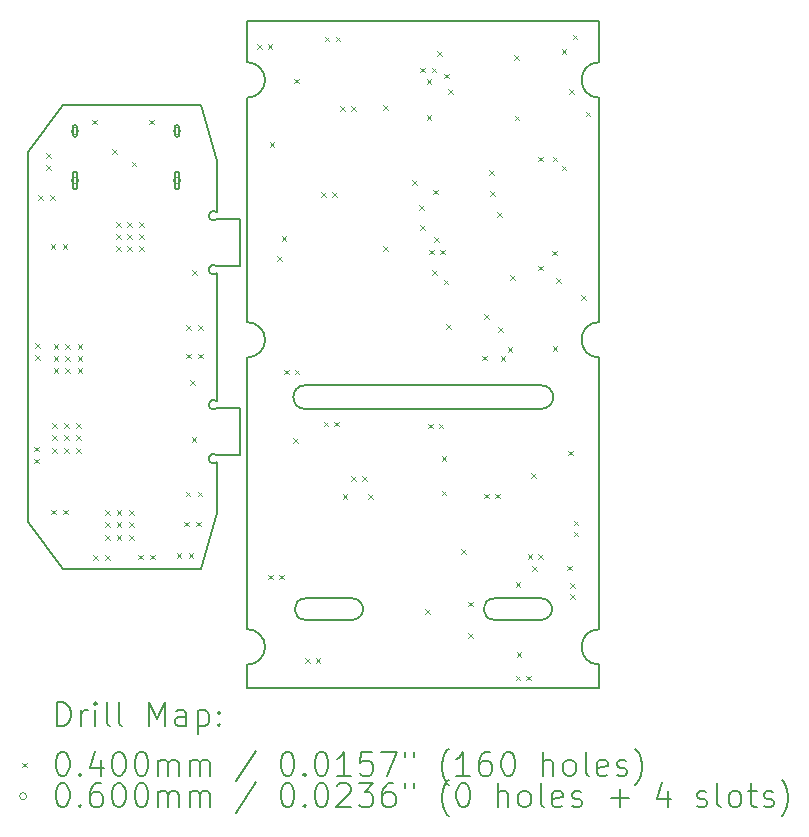
<source format=gbr>
%FSLAX45Y45*%
G04 Gerber Fmt 4.5, Leading zero omitted, Abs format (unit mm)*
G04 Created by KiCad (PCBNEW (6.0.0)) date 2022-07-15 20:41:04*
%MOMM*%
%LPD*%
G01*
G04 APERTURE LIST*
%TA.AperFunction,Profile*%
%ADD10C,0.200000*%
%TD*%
%ADD11C,0.200000*%
%ADD12C,0.040000*%
%ADD13C,0.060000*%
G04 APERTURE END LIST*
D10*
X16060584Y-11884220D02*
X15660584Y-11884220D01*
X13570584Y-9664220D02*
G75*
G03*
X13570584Y-9364220I1J150000D01*
G01*
X13312540Y-8436112D02*
X13312540Y-8002680D01*
X12012540Y-11457680D02*
X13179540Y-11457680D01*
X12012540Y-7527680D02*
X11712540Y-7927680D01*
X16550584Y-7164220D02*
G75*
G03*
X16550584Y-7464220I1J-150000D01*
G01*
X13570584Y-11964220D02*
X13570584Y-9664220D01*
X16060584Y-11884220D02*
G75*
G03*
X16060584Y-11704220I1J90000D01*
G01*
X16550584Y-9364220D02*
G75*
G03*
X16550584Y-9664220I1J-150000D01*
G01*
X13507540Y-10492680D02*
X13507540Y-10092680D01*
X11712540Y-7927680D02*
X11712540Y-11057680D01*
X13570584Y-7464220D02*
G75*
G03*
X13570584Y-7164220I1J150000D01*
G01*
X14460584Y-11884220D02*
X14060584Y-11884220D01*
X16550584Y-12464220D02*
X13570584Y-12464220D01*
X15660584Y-11704220D02*
X16060584Y-11704220D01*
X13507540Y-10092680D02*
X13312540Y-10092680D01*
X14060584Y-10099220D02*
X16060584Y-10099220D01*
X14460584Y-11884220D02*
G75*
G03*
X14460584Y-11704220I1J90000D01*
G01*
X13312540Y-10492680D02*
X13507540Y-10492680D01*
X13507540Y-8892680D02*
X13507540Y-8492680D01*
X13570584Y-12264220D02*
G75*
G03*
X13570584Y-11964220I1J150000D01*
G01*
X13507540Y-8492680D02*
X13312540Y-8492680D01*
X14060584Y-11704220D02*
G75*
G03*
X14060584Y-11884220I1J-90000D01*
G01*
X13312540Y-8002680D02*
X13179540Y-7527680D01*
X13570584Y-9364220D02*
X13570584Y-7464220D01*
X13312540Y-10492680D02*
G75*
G03*
X13312540Y-10549249I-28284J-28284D01*
G01*
X13312540Y-8436112D02*
G75*
G03*
X13312540Y-8492680I-28284J-28284D01*
G01*
X13570584Y-6814220D02*
X16550584Y-6814220D01*
X16550584Y-6814220D02*
X16550584Y-7164220D01*
X13312540Y-10036112D02*
G75*
G03*
X13312540Y-10092680I-28284J-28284D01*
G01*
X16550584Y-12264220D02*
X16550584Y-12464220D01*
X13570584Y-12464220D02*
X13570584Y-12264220D01*
X14060584Y-11704220D02*
X14460584Y-11704220D01*
X16550584Y-9664220D02*
X16550584Y-11964220D01*
X14060584Y-9899220D02*
G75*
G03*
X14060584Y-10099220I1J-100000D01*
G01*
X15660584Y-11704220D02*
G75*
G03*
X15660584Y-11884220I1J-90000D01*
G01*
X13570584Y-7164220D02*
X13570584Y-6814220D01*
X13312540Y-10036112D02*
X13312540Y-8949249D01*
X16060584Y-10099220D02*
G75*
G03*
X16060584Y-9899220I1J100000D01*
G01*
X16550584Y-7464220D02*
X16550584Y-9364220D01*
X13179540Y-11457680D02*
X13312540Y-10982680D01*
X16550584Y-11964220D02*
G75*
G03*
X16550584Y-12264220I1J-150000D01*
G01*
X13312540Y-8892680D02*
X13507540Y-8892680D01*
X13312540Y-8892680D02*
G75*
G03*
X13312540Y-8949249I-28284J-28284D01*
G01*
X16060584Y-9899220D02*
X14060584Y-9899220D01*
X11712540Y-11057680D02*
X12012540Y-11457680D01*
X13312540Y-10982680D02*
X13312540Y-10549249D01*
X13179540Y-7527680D02*
X12012540Y-7527680D01*
D11*
D12*
X11768320Y-10418520D02*
X11808320Y-10458520D01*
X11808320Y-10418520D02*
X11768320Y-10458520D01*
X11768320Y-10520120D02*
X11808320Y-10560120D01*
X11808320Y-10520120D02*
X11768320Y-10560120D01*
X11773400Y-9539680D02*
X11813400Y-9579680D01*
X11813400Y-9539680D02*
X11773400Y-9579680D01*
X11773400Y-9641280D02*
X11813400Y-9681280D01*
X11813400Y-9641280D02*
X11773400Y-9681280D01*
X11798800Y-8290000D02*
X11838800Y-8330000D01*
X11838800Y-8290000D02*
X11798800Y-8330000D01*
X11864840Y-7934400D02*
X11904840Y-7974400D01*
X11904840Y-7934400D02*
X11864840Y-7974400D01*
X11864840Y-8036000D02*
X11904840Y-8076000D01*
X11904840Y-8036000D02*
X11864840Y-8076000D01*
X11900400Y-8290000D02*
X11940400Y-8330000D01*
X11940400Y-8290000D02*
X11900400Y-8330000D01*
X11905480Y-8701480D02*
X11945480Y-8741480D01*
X11945480Y-8701480D02*
X11905480Y-8741480D01*
X11910560Y-10951920D02*
X11950560Y-10991920D01*
X11950560Y-10951920D02*
X11910560Y-10991920D01*
X11915640Y-10220400D02*
X11955640Y-10260400D01*
X11955640Y-10220400D02*
X11915640Y-10260400D01*
X11915640Y-10322000D02*
X11955640Y-10362000D01*
X11955640Y-10322000D02*
X11915640Y-10362000D01*
X11915640Y-10428680D02*
X11955640Y-10468680D01*
X11955640Y-10428680D02*
X11915640Y-10468680D01*
X11930880Y-9549840D02*
X11970880Y-9589840D01*
X11970880Y-9549840D02*
X11930880Y-9589840D01*
X11930880Y-9651440D02*
X11970880Y-9691440D01*
X11970880Y-9651440D02*
X11930880Y-9691440D01*
X11930880Y-9753040D02*
X11970880Y-9793040D01*
X11970880Y-9753040D02*
X11930880Y-9793040D01*
X12007080Y-8701480D02*
X12047080Y-8741480D01*
X12047080Y-8701480D02*
X12007080Y-8741480D01*
X12012160Y-10951920D02*
X12052160Y-10991920D01*
X12052160Y-10951920D02*
X12012160Y-10991920D01*
X12017240Y-10220400D02*
X12057240Y-10260400D01*
X12057240Y-10220400D02*
X12017240Y-10260400D01*
X12017240Y-10322000D02*
X12057240Y-10362000D01*
X12057240Y-10322000D02*
X12017240Y-10362000D01*
X12017240Y-10428680D02*
X12057240Y-10468680D01*
X12057240Y-10428680D02*
X12017240Y-10468680D01*
X12027400Y-9549840D02*
X12067400Y-9589840D01*
X12067400Y-9549840D02*
X12027400Y-9589840D01*
X12027400Y-9651440D02*
X12067400Y-9691440D01*
X12067400Y-9651440D02*
X12027400Y-9691440D01*
X12027400Y-9753040D02*
X12067400Y-9793040D01*
X12067400Y-9753040D02*
X12027400Y-9793040D01*
X12123920Y-10220400D02*
X12163920Y-10260400D01*
X12163920Y-10220400D02*
X12123920Y-10260400D01*
X12123920Y-10322000D02*
X12163920Y-10362000D01*
X12163920Y-10322000D02*
X12123920Y-10362000D01*
X12123920Y-10428680D02*
X12163920Y-10468680D01*
X12163920Y-10428680D02*
X12123920Y-10468680D01*
X12134080Y-9549840D02*
X12174080Y-9589840D01*
X12174080Y-9549840D02*
X12134080Y-9589840D01*
X12134080Y-9651440D02*
X12174080Y-9691440D01*
X12174080Y-9651440D02*
X12134080Y-9691440D01*
X12134080Y-9753040D02*
X12174080Y-9793040D01*
X12174080Y-9753040D02*
X12134080Y-9793040D01*
X12256000Y-7649920D02*
X12296000Y-7689920D01*
X12296000Y-7649920D02*
X12256000Y-7689920D01*
X12266160Y-11338000D02*
X12306160Y-11378000D01*
X12306160Y-11338000D02*
X12266160Y-11378000D01*
X12367760Y-10957000D02*
X12407760Y-10997000D01*
X12407760Y-10957000D02*
X12367760Y-10997000D01*
X12367760Y-11058600D02*
X12407760Y-11098600D01*
X12407760Y-11058600D02*
X12367760Y-11098600D01*
X12367760Y-11165280D02*
X12407760Y-11205280D01*
X12407760Y-11165280D02*
X12367760Y-11205280D01*
X12367760Y-11338000D02*
X12407760Y-11378000D01*
X12407760Y-11338000D02*
X12367760Y-11378000D01*
X12428720Y-7898840D02*
X12468720Y-7938840D01*
X12468720Y-7898840D02*
X12428720Y-7938840D01*
X12459200Y-8518600D02*
X12499200Y-8558600D01*
X12499200Y-8518600D02*
X12459200Y-8558600D01*
X12459200Y-8620200D02*
X12499200Y-8660200D01*
X12499200Y-8620200D02*
X12459200Y-8660200D01*
X12459200Y-8721800D02*
X12499200Y-8761800D01*
X12499200Y-8721800D02*
X12459200Y-8761800D01*
X12464280Y-10957000D02*
X12504280Y-10997000D01*
X12504280Y-10957000D02*
X12464280Y-10997000D01*
X12464280Y-11058600D02*
X12504280Y-11098600D01*
X12504280Y-11058600D02*
X12464280Y-11098600D01*
X12464280Y-11165280D02*
X12504280Y-11205280D01*
X12504280Y-11165280D02*
X12464280Y-11205280D01*
X12555720Y-8518600D02*
X12595720Y-8558600D01*
X12595720Y-8518600D02*
X12555720Y-8558600D01*
X12555720Y-8620200D02*
X12595720Y-8660200D01*
X12595720Y-8620200D02*
X12555720Y-8660200D01*
X12555720Y-8721800D02*
X12595720Y-8761800D01*
X12595720Y-8721800D02*
X12555720Y-8761800D01*
X12570960Y-10957000D02*
X12610960Y-10997000D01*
X12610960Y-10957000D02*
X12570960Y-10997000D01*
X12570960Y-11058600D02*
X12610960Y-11098600D01*
X12610960Y-11058600D02*
X12570960Y-11098600D01*
X12570960Y-11165280D02*
X12610960Y-11205280D01*
X12610960Y-11165280D02*
X12570960Y-11205280D01*
X12591280Y-8005520D02*
X12631280Y-8045520D01*
X12631280Y-8005520D02*
X12591280Y-8045520D01*
X12647160Y-11332920D02*
X12687160Y-11372920D01*
X12687160Y-11332920D02*
X12647160Y-11372920D01*
X12657320Y-8518600D02*
X12697320Y-8558600D01*
X12697320Y-8518600D02*
X12657320Y-8558600D01*
X12657320Y-8620200D02*
X12697320Y-8660200D01*
X12697320Y-8620200D02*
X12657320Y-8660200D01*
X12657320Y-8721800D02*
X12697320Y-8761800D01*
X12697320Y-8721800D02*
X12657320Y-8761800D01*
X12738600Y-7649920D02*
X12778600Y-7689920D01*
X12778600Y-7649920D02*
X12738600Y-7689920D01*
X12748760Y-11332920D02*
X12788760Y-11372920D01*
X12788760Y-11332920D02*
X12748760Y-11372920D01*
X12972280Y-11317680D02*
X13012280Y-11357680D01*
X13012280Y-11317680D02*
X12972280Y-11357680D01*
X13033240Y-11053520D02*
X13073240Y-11093520D01*
X13073240Y-11053520D02*
X13033240Y-11093520D01*
X13048480Y-10799520D02*
X13088480Y-10839520D01*
X13088480Y-10799520D02*
X13048480Y-10839520D01*
X13053560Y-9392360D02*
X13093560Y-9432360D01*
X13093560Y-9392360D02*
X13053560Y-9432360D01*
X13053560Y-9631120D02*
X13093560Y-9671120D01*
X13093560Y-9631120D02*
X13053560Y-9671120D01*
X13073880Y-11317680D02*
X13113880Y-11357680D01*
X13113880Y-11317680D02*
X13073880Y-11357680D01*
X13089120Y-9854640D02*
X13129120Y-9894640D01*
X13129120Y-9854640D02*
X13089120Y-9894640D01*
X13099280Y-10337240D02*
X13139280Y-10377240D01*
X13139280Y-10337240D02*
X13099280Y-10377240D01*
X13104360Y-8925000D02*
X13144360Y-8965000D01*
X13144360Y-8925000D02*
X13104360Y-8965000D01*
X13134840Y-11053520D02*
X13174840Y-11093520D01*
X13174840Y-11053520D02*
X13134840Y-11093520D01*
X13150080Y-10799520D02*
X13190080Y-10839520D01*
X13190080Y-10799520D02*
X13150080Y-10839520D01*
X13155160Y-9392360D02*
X13195160Y-9432360D01*
X13195160Y-9392360D02*
X13155160Y-9432360D01*
X13155160Y-9631120D02*
X13195160Y-9671120D01*
X13195160Y-9631120D02*
X13155160Y-9671120D01*
X13652040Y-7012480D02*
X13692040Y-7052480D01*
X13692040Y-7012480D02*
X13652040Y-7052480D01*
X13743480Y-7012480D02*
X13783480Y-7052480D01*
X13783480Y-7012480D02*
X13743480Y-7052480D01*
X13748560Y-11503200D02*
X13788560Y-11543200D01*
X13788560Y-11503200D02*
X13748560Y-11543200D01*
X13758720Y-7840520D02*
X13798720Y-7880520D01*
X13798720Y-7840520D02*
X13758720Y-7880520D01*
X13824760Y-8805720D02*
X13864760Y-8845720D01*
X13864760Y-8805720D02*
X13824760Y-8845720D01*
X13840000Y-11503200D02*
X13880000Y-11543200D01*
X13880000Y-11503200D02*
X13840000Y-11543200D01*
X13860320Y-8638080D02*
X13900320Y-8678080D01*
X13900320Y-8638080D02*
X13860320Y-8678080D01*
X13880640Y-9765840D02*
X13920640Y-9805840D01*
X13920640Y-9765840D02*
X13880640Y-9805840D01*
X13956840Y-10344960D02*
X13996840Y-10384960D01*
X13996840Y-10344960D02*
X13956840Y-10384960D01*
X13967000Y-7302040D02*
X14007000Y-7342040D01*
X14007000Y-7302040D02*
X13967000Y-7342040D01*
X13972080Y-9765840D02*
X14012080Y-9805840D01*
X14012080Y-9765840D02*
X13972080Y-9805840D01*
X14058440Y-12209320D02*
X14098440Y-12249320D01*
X14098440Y-12209320D02*
X14058440Y-12249320D01*
X14149880Y-12209320D02*
X14189880Y-12249320D01*
X14189880Y-12209320D02*
X14149880Y-12249320D01*
X14195600Y-8262160D02*
X14235600Y-8302160D01*
X14235600Y-8262160D02*
X14195600Y-8302160D01*
X14215920Y-10207800D02*
X14255920Y-10247800D01*
X14255920Y-10207800D02*
X14215920Y-10247800D01*
X14226080Y-6946440D02*
X14266080Y-6986440D01*
X14266080Y-6946440D02*
X14226080Y-6986440D01*
X14287040Y-8262160D02*
X14327040Y-8302160D01*
X14327040Y-8262160D02*
X14287040Y-8302160D01*
X14307360Y-10207800D02*
X14347360Y-10247800D01*
X14347360Y-10207800D02*
X14307360Y-10247800D01*
X14317520Y-6946440D02*
X14357520Y-6986440D01*
X14357520Y-6946440D02*
X14317520Y-6986440D01*
X14358160Y-7535720D02*
X14398160Y-7575720D01*
X14398160Y-7535720D02*
X14358160Y-7575720D01*
X14378480Y-10822480D02*
X14418480Y-10862480D01*
X14418480Y-10822480D02*
X14378480Y-10862480D01*
X14449600Y-7535720D02*
X14489600Y-7575720D01*
X14489600Y-7535720D02*
X14449600Y-7575720D01*
X14449600Y-10670080D02*
X14489600Y-10710080D01*
X14489600Y-10670080D02*
X14449600Y-10710080D01*
X14541040Y-10670080D02*
X14581040Y-10710080D01*
X14581040Y-10670080D02*
X14541040Y-10710080D01*
X14591840Y-10822480D02*
X14631840Y-10862480D01*
X14631840Y-10822480D02*
X14591840Y-10862480D01*
X14718840Y-7525560D02*
X14758840Y-7565560D01*
X14758840Y-7525560D02*
X14718840Y-7565560D01*
X14718840Y-8719360D02*
X14758840Y-8759360D01*
X14758840Y-8719360D02*
X14718840Y-8759360D01*
X14967760Y-8160560D02*
X15007760Y-8200560D01*
X15007760Y-8160560D02*
X14967760Y-8200560D01*
X15023640Y-8373920D02*
X15063640Y-8413920D01*
X15063640Y-8373920D02*
X15023640Y-8413920D01*
X15033800Y-7210600D02*
X15073800Y-7250600D01*
X15073800Y-7210600D02*
X15033800Y-7250600D01*
X15033800Y-8541560D02*
X15073800Y-8581560D01*
X15073800Y-8541560D02*
X15033800Y-8581560D01*
X15074440Y-11792760D02*
X15114440Y-11832760D01*
X15114440Y-11792760D02*
X15074440Y-11832760D01*
X15089680Y-7307120D02*
X15129680Y-7347120D01*
X15129680Y-7307120D02*
X15089680Y-7347120D01*
X15089680Y-7611920D02*
X15129680Y-7651920D01*
X15129680Y-7611920D02*
X15089680Y-7651920D01*
X15099840Y-10223040D02*
X15139840Y-10263040D01*
X15139840Y-10223040D02*
X15099840Y-10263040D01*
X15110000Y-8749840D02*
X15150000Y-8789840D01*
X15150000Y-8749840D02*
X15110000Y-8789840D01*
X15130320Y-7210600D02*
X15170320Y-7250600D01*
X15170320Y-7210600D02*
X15130320Y-7250600D01*
X15135400Y-8922560D02*
X15175400Y-8962560D01*
X15175400Y-8922560D02*
X15135400Y-8962560D01*
X15145560Y-8241840D02*
X15185560Y-8281840D01*
X15185560Y-8241840D02*
X15145560Y-8281840D01*
X15150640Y-8643160D02*
X15190640Y-8683160D01*
X15190640Y-8643160D02*
X15150640Y-8683160D01*
X15176040Y-7068360D02*
X15216040Y-7108360D01*
X15216040Y-7068360D02*
X15176040Y-7108360D01*
X15191280Y-10223040D02*
X15231280Y-10263040D01*
X15231280Y-10223040D02*
X15191280Y-10263040D01*
X15201440Y-8749840D02*
X15241440Y-8789840D01*
X15241440Y-8749840D02*
X15201440Y-8789840D01*
X15215715Y-10792000D02*
X15255715Y-10832000D01*
X15255715Y-10792000D02*
X15215715Y-10832000D01*
X15216680Y-10497360D02*
X15256680Y-10537360D01*
X15256680Y-10497360D02*
X15216680Y-10537360D01*
X15231920Y-9003840D02*
X15271920Y-9043840D01*
X15271920Y-9003840D02*
X15231920Y-9043840D01*
X15237000Y-7261400D02*
X15277000Y-7301400D01*
X15277000Y-7261400D02*
X15237000Y-7301400D01*
X15252240Y-9379760D02*
X15292240Y-9419760D01*
X15292240Y-9379760D02*
X15252240Y-9419760D01*
X15272560Y-7393480D02*
X15312560Y-7433480D01*
X15312560Y-7393480D02*
X15272560Y-7433480D01*
X15379240Y-11284760D02*
X15419240Y-11324760D01*
X15419240Y-11284760D02*
X15379240Y-11324760D01*
X15440200Y-11731800D02*
X15480200Y-11771800D01*
X15480200Y-11731800D02*
X15440200Y-11771800D01*
X15440200Y-11995960D02*
X15480200Y-12035960D01*
X15480200Y-11995960D02*
X15440200Y-12035960D01*
X15557040Y-9649000D02*
X15597040Y-9689000D01*
X15597040Y-9649000D02*
X15557040Y-9689000D01*
X15577360Y-9298480D02*
X15617360Y-9338480D01*
X15617360Y-9298480D02*
X15577360Y-9338480D01*
X15577360Y-10817400D02*
X15617360Y-10857400D01*
X15617360Y-10817400D02*
X15577360Y-10857400D01*
X15618000Y-8079280D02*
X15658000Y-8119280D01*
X15658000Y-8079280D02*
X15618000Y-8119280D01*
X15628160Y-8257080D02*
X15668160Y-8297080D01*
X15668160Y-8257080D02*
X15628160Y-8297080D01*
X15668800Y-10817400D02*
X15708800Y-10857400D01*
X15708800Y-10817400D02*
X15668800Y-10857400D01*
X15687630Y-8432150D02*
X15727630Y-8472150D01*
X15727630Y-8432150D02*
X15687630Y-8472150D01*
X15694200Y-9405160D02*
X15734200Y-9445160D01*
X15734200Y-9405160D02*
X15694200Y-9445160D01*
X15714520Y-9654080D02*
X15754520Y-9694080D01*
X15754520Y-9654080D02*
X15714520Y-9694080D01*
X15775480Y-9577880D02*
X15815480Y-9617880D01*
X15815480Y-9577880D02*
X15775480Y-9617880D01*
X15795800Y-8968280D02*
X15835800Y-9008280D01*
X15835800Y-8968280D02*
X15795800Y-9008280D01*
X15831360Y-7103920D02*
X15871360Y-7143920D01*
X15871360Y-7103920D02*
X15831360Y-7143920D01*
X15833240Y-7617000D02*
X15873240Y-7657000D01*
X15873240Y-7617000D02*
X15833240Y-7657000D01*
X15841520Y-11564160D02*
X15881520Y-11604160D01*
X15881520Y-11564160D02*
X15841520Y-11604160D01*
X15841520Y-12356640D02*
X15881520Y-12396640D01*
X15881520Y-12356640D02*
X15841520Y-12396640D01*
X15851680Y-12158520D02*
X15891680Y-12198520D01*
X15891680Y-12158520D02*
X15851680Y-12198520D01*
X15932960Y-12356640D02*
X15972960Y-12396640D01*
X15972960Y-12356640D02*
X15932960Y-12396640D01*
X15943120Y-11330480D02*
X15983120Y-11370480D01*
X15983120Y-11330480D02*
X15943120Y-11370480D01*
X15973600Y-10644680D02*
X16013600Y-10684680D01*
X16013600Y-10644680D02*
X15973600Y-10684680D01*
X15983760Y-11432080D02*
X16023760Y-11472080D01*
X16023760Y-11432080D02*
X15983760Y-11472080D01*
X16034560Y-7962440D02*
X16074560Y-8002440D01*
X16074560Y-7962440D02*
X16034560Y-8002440D01*
X16034560Y-8887000D02*
X16074560Y-8927000D01*
X16074560Y-8887000D02*
X16034560Y-8927000D01*
X16034560Y-11330480D02*
X16074560Y-11370480D01*
X16074560Y-11330480D02*
X16034560Y-11370480D01*
X16151400Y-8760000D02*
X16191400Y-8800000D01*
X16191400Y-8760000D02*
X16151400Y-8800000D01*
X16156480Y-7962440D02*
X16196480Y-8002440D01*
X16196480Y-7962440D02*
X16156480Y-8002440D01*
X16156480Y-9567720D02*
X16196480Y-9607720D01*
X16196480Y-9567720D02*
X16156480Y-9607720D01*
X16182310Y-8989030D02*
X16222310Y-9029030D01*
X16222310Y-8989030D02*
X16182310Y-9029030D01*
X16232680Y-7053120D02*
X16272680Y-7093120D01*
X16272680Y-7053120D02*
X16232680Y-7093120D01*
X16232680Y-8038640D02*
X16272680Y-8078640D01*
X16272680Y-8038640D02*
X16232680Y-8078640D01*
X16278400Y-11427000D02*
X16318400Y-11467000D01*
X16318400Y-11427000D02*
X16278400Y-11467000D01*
X16288560Y-10451640D02*
X16328560Y-10491640D01*
X16328560Y-10451640D02*
X16288560Y-10491640D01*
X16293640Y-7393480D02*
X16333640Y-7433480D01*
X16333640Y-7393480D02*
X16293640Y-7433480D01*
X16303800Y-11574320D02*
X16343800Y-11614320D01*
X16343800Y-11574320D02*
X16303800Y-11614320D01*
X16303800Y-11665760D02*
X16343800Y-11705760D01*
X16343800Y-11665760D02*
X16303800Y-11705760D01*
X16324120Y-6931200D02*
X16364120Y-6971200D01*
X16364120Y-6931200D02*
X16324120Y-6971200D01*
X16334280Y-11046000D02*
X16374280Y-11086000D01*
X16374280Y-11046000D02*
X16334280Y-11086000D01*
X16334280Y-11137440D02*
X16374280Y-11177440D01*
X16374280Y-11137440D02*
X16334280Y-11177440D01*
X16398990Y-9135490D02*
X16438990Y-9175490D01*
X16438990Y-9135490D02*
X16398990Y-9175490D01*
X16435880Y-7581440D02*
X16475880Y-7621440D01*
X16475880Y-7581440D02*
X16435880Y-7621440D01*
D13*
X12140900Y-7747200D02*
G75*
G03*
X12140900Y-7747200I-30000J0D01*
G01*
D11*
X12130900Y-7777200D02*
X12130900Y-7717200D01*
X12090900Y-7777200D02*
X12090900Y-7717200D01*
X12130900Y-7717200D02*
G75*
G03*
X12090900Y-7717200I-20000J0D01*
G01*
X12090900Y-7777200D02*
G75*
G03*
X12130900Y-7777200I20000J0D01*
G01*
D13*
X12140900Y-8165200D02*
G75*
G03*
X12140900Y-8165200I-30000J0D01*
G01*
D11*
X12130900Y-8220200D02*
X12130900Y-8110200D01*
X12090900Y-8220200D02*
X12090900Y-8110200D01*
X12130900Y-8110200D02*
G75*
G03*
X12090900Y-8110200I-20000J0D01*
G01*
X12090900Y-8220200D02*
G75*
G03*
X12130900Y-8220200I20000J0D01*
G01*
D13*
X13004900Y-7747200D02*
G75*
G03*
X13004900Y-7747200I-30000J0D01*
G01*
D11*
X12994900Y-7777200D02*
X12994900Y-7717200D01*
X12954900Y-7777200D02*
X12954900Y-7717200D01*
X12994900Y-7717200D02*
G75*
G03*
X12954900Y-7717200I-20000J0D01*
G01*
X12954900Y-7777200D02*
G75*
G03*
X12994900Y-7777200I20000J0D01*
G01*
D13*
X13004900Y-8165200D02*
G75*
G03*
X13004900Y-8165200I-30000J0D01*
G01*
D11*
X12994900Y-8220200D02*
X12994900Y-8110200D01*
X12954900Y-8220200D02*
X12954900Y-8110200D01*
X12994900Y-8110200D02*
G75*
G03*
X12954900Y-8110200I-20000J0D01*
G01*
X12954900Y-8220200D02*
G75*
G03*
X12994900Y-8220200I20000J0D01*
G01*
X11960159Y-12784696D02*
X11960159Y-12584696D01*
X12007778Y-12584696D01*
X12036349Y-12594220D01*
X12055397Y-12613268D01*
X12064921Y-12632315D01*
X12074445Y-12670410D01*
X12074445Y-12698982D01*
X12064921Y-12737077D01*
X12055397Y-12756125D01*
X12036349Y-12775172D01*
X12007778Y-12784696D01*
X11960159Y-12784696D01*
X12160159Y-12784696D02*
X12160159Y-12651363D01*
X12160159Y-12689458D02*
X12169683Y-12670410D01*
X12179207Y-12660887D01*
X12198254Y-12651363D01*
X12217302Y-12651363D01*
X12283968Y-12784696D02*
X12283968Y-12651363D01*
X12283968Y-12584696D02*
X12274445Y-12594220D01*
X12283968Y-12603744D01*
X12293492Y-12594220D01*
X12283968Y-12584696D01*
X12283968Y-12603744D01*
X12407778Y-12784696D02*
X12388730Y-12775172D01*
X12379207Y-12756125D01*
X12379207Y-12584696D01*
X12512540Y-12784696D02*
X12493492Y-12775172D01*
X12483968Y-12756125D01*
X12483968Y-12584696D01*
X12741111Y-12784696D02*
X12741111Y-12584696D01*
X12807778Y-12727553D01*
X12874445Y-12584696D01*
X12874445Y-12784696D01*
X13055397Y-12784696D02*
X13055397Y-12679934D01*
X13045873Y-12660887D01*
X13026826Y-12651363D01*
X12988730Y-12651363D01*
X12969683Y-12660887D01*
X13055397Y-12775172D02*
X13036349Y-12784696D01*
X12988730Y-12784696D01*
X12969683Y-12775172D01*
X12960159Y-12756125D01*
X12960159Y-12737077D01*
X12969683Y-12718029D01*
X12988730Y-12708506D01*
X13036349Y-12708506D01*
X13055397Y-12698982D01*
X13150635Y-12651363D02*
X13150635Y-12851363D01*
X13150635Y-12660887D02*
X13169683Y-12651363D01*
X13207778Y-12651363D01*
X13226826Y-12660887D01*
X13236349Y-12670410D01*
X13245873Y-12689458D01*
X13245873Y-12746601D01*
X13236349Y-12765648D01*
X13226826Y-12775172D01*
X13207778Y-12784696D01*
X13169683Y-12784696D01*
X13150635Y-12775172D01*
X13331588Y-12765648D02*
X13341111Y-12775172D01*
X13331588Y-12784696D01*
X13322064Y-12775172D01*
X13331588Y-12765648D01*
X13331588Y-12784696D01*
X13331588Y-12660887D02*
X13341111Y-12670410D01*
X13331588Y-12679934D01*
X13322064Y-12670410D01*
X13331588Y-12660887D01*
X13331588Y-12679934D01*
D12*
X11662540Y-13094220D02*
X11702540Y-13134220D01*
X11702540Y-13094220D02*
X11662540Y-13134220D01*
D11*
X11998254Y-13004696D02*
X12017302Y-13004696D01*
X12036349Y-13014220D01*
X12045873Y-13023744D01*
X12055397Y-13042791D01*
X12064921Y-13080887D01*
X12064921Y-13128506D01*
X12055397Y-13166601D01*
X12045873Y-13185648D01*
X12036349Y-13195172D01*
X12017302Y-13204696D01*
X11998254Y-13204696D01*
X11979207Y-13195172D01*
X11969683Y-13185648D01*
X11960159Y-13166601D01*
X11950635Y-13128506D01*
X11950635Y-13080887D01*
X11960159Y-13042791D01*
X11969683Y-13023744D01*
X11979207Y-13014220D01*
X11998254Y-13004696D01*
X12150635Y-13185648D02*
X12160159Y-13195172D01*
X12150635Y-13204696D01*
X12141111Y-13195172D01*
X12150635Y-13185648D01*
X12150635Y-13204696D01*
X12331588Y-13071363D02*
X12331588Y-13204696D01*
X12283968Y-12995172D02*
X12236349Y-13138029D01*
X12360159Y-13138029D01*
X12474445Y-13004696D02*
X12493492Y-13004696D01*
X12512540Y-13014220D01*
X12522064Y-13023744D01*
X12531588Y-13042791D01*
X12541111Y-13080887D01*
X12541111Y-13128506D01*
X12531588Y-13166601D01*
X12522064Y-13185648D01*
X12512540Y-13195172D01*
X12493492Y-13204696D01*
X12474445Y-13204696D01*
X12455397Y-13195172D01*
X12445873Y-13185648D01*
X12436349Y-13166601D01*
X12426826Y-13128506D01*
X12426826Y-13080887D01*
X12436349Y-13042791D01*
X12445873Y-13023744D01*
X12455397Y-13014220D01*
X12474445Y-13004696D01*
X12664921Y-13004696D02*
X12683968Y-13004696D01*
X12703016Y-13014220D01*
X12712540Y-13023744D01*
X12722064Y-13042791D01*
X12731588Y-13080887D01*
X12731588Y-13128506D01*
X12722064Y-13166601D01*
X12712540Y-13185648D01*
X12703016Y-13195172D01*
X12683968Y-13204696D01*
X12664921Y-13204696D01*
X12645873Y-13195172D01*
X12636349Y-13185648D01*
X12626826Y-13166601D01*
X12617302Y-13128506D01*
X12617302Y-13080887D01*
X12626826Y-13042791D01*
X12636349Y-13023744D01*
X12645873Y-13014220D01*
X12664921Y-13004696D01*
X12817302Y-13204696D02*
X12817302Y-13071363D01*
X12817302Y-13090410D02*
X12826826Y-13080887D01*
X12845873Y-13071363D01*
X12874445Y-13071363D01*
X12893492Y-13080887D01*
X12903016Y-13099934D01*
X12903016Y-13204696D01*
X12903016Y-13099934D02*
X12912540Y-13080887D01*
X12931588Y-13071363D01*
X12960159Y-13071363D01*
X12979207Y-13080887D01*
X12988730Y-13099934D01*
X12988730Y-13204696D01*
X13083968Y-13204696D02*
X13083968Y-13071363D01*
X13083968Y-13090410D02*
X13093492Y-13080887D01*
X13112540Y-13071363D01*
X13141111Y-13071363D01*
X13160159Y-13080887D01*
X13169683Y-13099934D01*
X13169683Y-13204696D01*
X13169683Y-13099934D02*
X13179207Y-13080887D01*
X13198254Y-13071363D01*
X13226826Y-13071363D01*
X13245873Y-13080887D01*
X13255397Y-13099934D01*
X13255397Y-13204696D01*
X13645873Y-12995172D02*
X13474445Y-13252315D01*
X13903016Y-13004696D02*
X13922064Y-13004696D01*
X13941111Y-13014220D01*
X13950635Y-13023744D01*
X13960159Y-13042791D01*
X13969683Y-13080887D01*
X13969683Y-13128506D01*
X13960159Y-13166601D01*
X13950635Y-13185648D01*
X13941111Y-13195172D01*
X13922064Y-13204696D01*
X13903016Y-13204696D01*
X13883968Y-13195172D01*
X13874445Y-13185648D01*
X13864921Y-13166601D01*
X13855397Y-13128506D01*
X13855397Y-13080887D01*
X13864921Y-13042791D01*
X13874445Y-13023744D01*
X13883968Y-13014220D01*
X13903016Y-13004696D01*
X14055397Y-13185648D02*
X14064921Y-13195172D01*
X14055397Y-13204696D01*
X14045873Y-13195172D01*
X14055397Y-13185648D01*
X14055397Y-13204696D01*
X14188730Y-13004696D02*
X14207778Y-13004696D01*
X14226826Y-13014220D01*
X14236349Y-13023744D01*
X14245873Y-13042791D01*
X14255397Y-13080887D01*
X14255397Y-13128506D01*
X14245873Y-13166601D01*
X14236349Y-13185648D01*
X14226826Y-13195172D01*
X14207778Y-13204696D01*
X14188730Y-13204696D01*
X14169683Y-13195172D01*
X14160159Y-13185648D01*
X14150635Y-13166601D01*
X14141111Y-13128506D01*
X14141111Y-13080887D01*
X14150635Y-13042791D01*
X14160159Y-13023744D01*
X14169683Y-13014220D01*
X14188730Y-13004696D01*
X14445873Y-13204696D02*
X14331588Y-13204696D01*
X14388730Y-13204696D02*
X14388730Y-13004696D01*
X14369683Y-13033268D01*
X14350635Y-13052315D01*
X14331588Y-13061839D01*
X14626826Y-13004696D02*
X14531588Y-13004696D01*
X14522064Y-13099934D01*
X14531588Y-13090410D01*
X14550635Y-13080887D01*
X14598254Y-13080887D01*
X14617302Y-13090410D01*
X14626826Y-13099934D01*
X14636349Y-13118982D01*
X14636349Y-13166601D01*
X14626826Y-13185648D01*
X14617302Y-13195172D01*
X14598254Y-13204696D01*
X14550635Y-13204696D01*
X14531588Y-13195172D01*
X14522064Y-13185648D01*
X14703016Y-13004696D02*
X14836349Y-13004696D01*
X14750635Y-13204696D01*
X14903016Y-13004696D02*
X14903016Y-13042791D01*
X14979207Y-13004696D02*
X14979207Y-13042791D01*
X15274445Y-13280887D02*
X15264921Y-13271363D01*
X15245873Y-13242791D01*
X15236349Y-13223744D01*
X15226826Y-13195172D01*
X15217302Y-13147553D01*
X15217302Y-13109458D01*
X15226826Y-13061839D01*
X15236349Y-13033268D01*
X15245873Y-13014220D01*
X15264921Y-12985648D01*
X15274445Y-12976125D01*
X15455397Y-13204696D02*
X15341111Y-13204696D01*
X15398254Y-13204696D02*
X15398254Y-13004696D01*
X15379207Y-13033268D01*
X15360159Y-13052315D01*
X15341111Y-13061839D01*
X15626826Y-13004696D02*
X15588730Y-13004696D01*
X15569683Y-13014220D01*
X15560159Y-13023744D01*
X15541111Y-13052315D01*
X15531588Y-13090410D01*
X15531588Y-13166601D01*
X15541111Y-13185648D01*
X15550635Y-13195172D01*
X15569683Y-13204696D01*
X15607778Y-13204696D01*
X15626826Y-13195172D01*
X15636349Y-13185648D01*
X15645873Y-13166601D01*
X15645873Y-13118982D01*
X15636349Y-13099934D01*
X15626826Y-13090410D01*
X15607778Y-13080887D01*
X15569683Y-13080887D01*
X15550635Y-13090410D01*
X15541111Y-13099934D01*
X15531588Y-13118982D01*
X15769683Y-13004696D02*
X15788730Y-13004696D01*
X15807778Y-13014220D01*
X15817302Y-13023744D01*
X15826826Y-13042791D01*
X15836349Y-13080887D01*
X15836349Y-13128506D01*
X15826826Y-13166601D01*
X15817302Y-13185648D01*
X15807778Y-13195172D01*
X15788730Y-13204696D01*
X15769683Y-13204696D01*
X15750635Y-13195172D01*
X15741111Y-13185648D01*
X15731588Y-13166601D01*
X15722064Y-13128506D01*
X15722064Y-13080887D01*
X15731588Y-13042791D01*
X15741111Y-13023744D01*
X15750635Y-13014220D01*
X15769683Y-13004696D01*
X16074445Y-13204696D02*
X16074445Y-13004696D01*
X16160159Y-13204696D02*
X16160159Y-13099934D01*
X16150635Y-13080887D01*
X16131588Y-13071363D01*
X16103016Y-13071363D01*
X16083968Y-13080887D01*
X16074445Y-13090410D01*
X16283968Y-13204696D02*
X16264921Y-13195172D01*
X16255397Y-13185648D01*
X16245873Y-13166601D01*
X16245873Y-13109458D01*
X16255397Y-13090410D01*
X16264921Y-13080887D01*
X16283968Y-13071363D01*
X16312540Y-13071363D01*
X16331588Y-13080887D01*
X16341111Y-13090410D01*
X16350635Y-13109458D01*
X16350635Y-13166601D01*
X16341111Y-13185648D01*
X16331588Y-13195172D01*
X16312540Y-13204696D01*
X16283968Y-13204696D01*
X16464921Y-13204696D02*
X16445873Y-13195172D01*
X16436349Y-13176125D01*
X16436349Y-13004696D01*
X16617302Y-13195172D02*
X16598254Y-13204696D01*
X16560159Y-13204696D01*
X16541111Y-13195172D01*
X16531588Y-13176125D01*
X16531588Y-13099934D01*
X16541111Y-13080887D01*
X16560159Y-13071363D01*
X16598254Y-13071363D01*
X16617302Y-13080887D01*
X16626826Y-13099934D01*
X16626826Y-13118982D01*
X16531588Y-13138029D01*
X16703016Y-13195172D02*
X16722064Y-13204696D01*
X16760159Y-13204696D01*
X16779207Y-13195172D01*
X16788730Y-13176125D01*
X16788730Y-13166601D01*
X16779207Y-13147553D01*
X16760159Y-13138029D01*
X16731588Y-13138029D01*
X16712540Y-13128506D01*
X16703016Y-13109458D01*
X16703016Y-13099934D01*
X16712540Y-13080887D01*
X16731588Y-13071363D01*
X16760159Y-13071363D01*
X16779207Y-13080887D01*
X16855397Y-13280887D02*
X16864921Y-13271363D01*
X16883969Y-13242791D01*
X16893492Y-13223744D01*
X16903016Y-13195172D01*
X16912540Y-13147553D01*
X16912540Y-13109458D01*
X16903016Y-13061839D01*
X16893492Y-13033268D01*
X16883969Y-13014220D01*
X16864921Y-12985648D01*
X16855397Y-12976125D01*
D13*
X11702540Y-13378220D02*
G75*
G03*
X11702540Y-13378220I-30000J0D01*
G01*
D11*
X11998254Y-13268696D02*
X12017302Y-13268696D01*
X12036349Y-13278220D01*
X12045873Y-13287744D01*
X12055397Y-13306791D01*
X12064921Y-13344887D01*
X12064921Y-13392506D01*
X12055397Y-13430601D01*
X12045873Y-13449648D01*
X12036349Y-13459172D01*
X12017302Y-13468696D01*
X11998254Y-13468696D01*
X11979207Y-13459172D01*
X11969683Y-13449648D01*
X11960159Y-13430601D01*
X11950635Y-13392506D01*
X11950635Y-13344887D01*
X11960159Y-13306791D01*
X11969683Y-13287744D01*
X11979207Y-13278220D01*
X11998254Y-13268696D01*
X12150635Y-13449648D02*
X12160159Y-13459172D01*
X12150635Y-13468696D01*
X12141111Y-13459172D01*
X12150635Y-13449648D01*
X12150635Y-13468696D01*
X12331588Y-13268696D02*
X12293492Y-13268696D01*
X12274445Y-13278220D01*
X12264921Y-13287744D01*
X12245873Y-13316315D01*
X12236349Y-13354410D01*
X12236349Y-13430601D01*
X12245873Y-13449648D01*
X12255397Y-13459172D01*
X12274445Y-13468696D01*
X12312540Y-13468696D01*
X12331588Y-13459172D01*
X12341111Y-13449648D01*
X12350635Y-13430601D01*
X12350635Y-13382982D01*
X12341111Y-13363934D01*
X12331588Y-13354410D01*
X12312540Y-13344887D01*
X12274445Y-13344887D01*
X12255397Y-13354410D01*
X12245873Y-13363934D01*
X12236349Y-13382982D01*
X12474445Y-13268696D02*
X12493492Y-13268696D01*
X12512540Y-13278220D01*
X12522064Y-13287744D01*
X12531588Y-13306791D01*
X12541111Y-13344887D01*
X12541111Y-13392506D01*
X12531588Y-13430601D01*
X12522064Y-13449648D01*
X12512540Y-13459172D01*
X12493492Y-13468696D01*
X12474445Y-13468696D01*
X12455397Y-13459172D01*
X12445873Y-13449648D01*
X12436349Y-13430601D01*
X12426826Y-13392506D01*
X12426826Y-13344887D01*
X12436349Y-13306791D01*
X12445873Y-13287744D01*
X12455397Y-13278220D01*
X12474445Y-13268696D01*
X12664921Y-13268696D02*
X12683968Y-13268696D01*
X12703016Y-13278220D01*
X12712540Y-13287744D01*
X12722064Y-13306791D01*
X12731588Y-13344887D01*
X12731588Y-13392506D01*
X12722064Y-13430601D01*
X12712540Y-13449648D01*
X12703016Y-13459172D01*
X12683968Y-13468696D01*
X12664921Y-13468696D01*
X12645873Y-13459172D01*
X12636349Y-13449648D01*
X12626826Y-13430601D01*
X12617302Y-13392506D01*
X12617302Y-13344887D01*
X12626826Y-13306791D01*
X12636349Y-13287744D01*
X12645873Y-13278220D01*
X12664921Y-13268696D01*
X12817302Y-13468696D02*
X12817302Y-13335363D01*
X12817302Y-13354410D02*
X12826826Y-13344887D01*
X12845873Y-13335363D01*
X12874445Y-13335363D01*
X12893492Y-13344887D01*
X12903016Y-13363934D01*
X12903016Y-13468696D01*
X12903016Y-13363934D02*
X12912540Y-13344887D01*
X12931588Y-13335363D01*
X12960159Y-13335363D01*
X12979207Y-13344887D01*
X12988730Y-13363934D01*
X12988730Y-13468696D01*
X13083968Y-13468696D02*
X13083968Y-13335363D01*
X13083968Y-13354410D02*
X13093492Y-13344887D01*
X13112540Y-13335363D01*
X13141111Y-13335363D01*
X13160159Y-13344887D01*
X13169683Y-13363934D01*
X13169683Y-13468696D01*
X13169683Y-13363934D02*
X13179207Y-13344887D01*
X13198254Y-13335363D01*
X13226826Y-13335363D01*
X13245873Y-13344887D01*
X13255397Y-13363934D01*
X13255397Y-13468696D01*
X13645873Y-13259172D02*
X13474445Y-13516315D01*
X13903016Y-13268696D02*
X13922064Y-13268696D01*
X13941111Y-13278220D01*
X13950635Y-13287744D01*
X13960159Y-13306791D01*
X13969683Y-13344887D01*
X13969683Y-13392506D01*
X13960159Y-13430601D01*
X13950635Y-13449648D01*
X13941111Y-13459172D01*
X13922064Y-13468696D01*
X13903016Y-13468696D01*
X13883968Y-13459172D01*
X13874445Y-13449648D01*
X13864921Y-13430601D01*
X13855397Y-13392506D01*
X13855397Y-13344887D01*
X13864921Y-13306791D01*
X13874445Y-13287744D01*
X13883968Y-13278220D01*
X13903016Y-13268696D01*
X14055397Y-13449648D02*
X14064921Y-13459172D01*
X14055397Y-13468696D01*
X14045873Y-13459172D01*
X14055397Y-13449648D01*
X14055397Y-13468696D01*
X14188730Y-13268696D02*
X14207778Y-13268696D01*
X14226826Y-13278220D01*
X14236349Y-13287744D01*
X14245873Y-13306791D01*
X14255397Y-13344887D01*
X14255397Y-13392506D01*
X14245873Y-13430601D01*
X14236349Y-13449648D01*
X14226826Y-13459172D01*
X14207778Y-13468696D01*
X14188730Y-13468696D01*
X14169683Y-13459172D01*
X14160159Y-13449648D01*
X14150635Y-13430601D01*
X14141111Y-13392506D01*
X14141111Y-13344887D01*
X14150635Y-13306791D01*
X14160159Y-13287744D01*
X14169683Y-13278220D01*
X14188730Y-13268696D01*
X14331588Y-13287744D02*
X14341111Y-13278220D01*
X14360159Y-13268696D01*
X14407778Y-13268696D01*
X14426826Y-13278220D01*
X14436349Y-13287744D01*
X14445873Y-13306791D01*
X14445873Y-13325839D01*
X14436349Y-13354410D01*
X14322064Y-13468696D01*
X14445873Y-13468696D01*
X14512540Y-13268696D02*
X14636349Y-13268696D01*
X14569683Y-13344887D01*
X14598254Y-13344887D01*
X14617302Y-13354410D01*
X14626826Y-13363934D01*
X14636349Y-13382982D01*
X14636349Y-13430601D01*
X14626826Y-13449648D01*
X14617302Y-13459172D01*
X14598254Y-13468696D01*
X14541111Y-13468696D01*
X14522064Y-13459172D01*
X14512540Y-13449648D01*
X14807778Y-13268696D02*
X14769683Y-13268696D01*
X14750635Y-13278220D01*
X14741111Y-13287744D01*
X14722064Y-13316315D01*
X14712540Y-13354410D01*
X14712540Y-13430601D01*
X14722064Y-13449648D01*
X14731588Y-13459172D01*
X14750635Y-13468696D01*
X14788730Y-13468696D01*
X14807778Y-13459172D01*
X14817302Y-13449648D01*
X14826826Y-13430601D01*
X14826826Y-13382982D01*
X14817302Y-13363934D01*
X14807778Y-13354410D01*
X14788730Y-13344887D01*
X14750635Y-13344887D01*
X14731588Y-13354410D01*
X14722064Y-13363934D01*
X14712540Y-13382982D01*
X14903016Y-13268696D02*
X14903016Y-13306791D01*
X14979207Y-13268696D02*
X14979207Y-13306791D01*
X15274445Y-13544887D02*
X15264921Y-13535363D01*
X15245873Y-13506791D01*
X15236349Y-13487744D01*
X15226826Y-13459172D01*
X15217302Y-13411553D01*
X15217302Y-13373458D01*
X15226826Y-13325839D01*
X15236349Y-13297268D01*
X15245873Y-13278220D01*
X15264921Y-13249648D01*
X15274445Y-13240125D01*
X15388730Y-13268696D02*
X15407778Y-13268696D01*
X15426826Y-13278220D01*
X15436349Y-13287744D01*
X15445873Y-13306791D01*
X15455397Y-13344887D01*
X15455397Y-13392506D01*
X15445873Y-13430601D01*
X15436349Y-13449648D01*
X15426826Y-13459172D01*
X15407778Y-13468696D01*
X15388730Y-13468696D01*
X15369683Y-13459172D01*
X15360159Y-13449648D01*
X15350635Y-13430601D01*
X15341111Y-13392506D01*
X15341111Y-13344887D01*
X15350635Y-13306791D01*
X15360159Y-13287744D01*
X15369683Y-13278220D01*
X15388730Y-13268696D01*
X15693492Y-13468696D02*
X15693492Y-13268696D01*
X15779207Y-13468696D02*
X15779207Y-13363934D01*
X15769683Y-13344887D01*
X15750635Y-13335363D01*
X15722064Y-13335363D01*
X15703016Y-13344887D01*
X15693492Y-13354410D01*
X15903016Y-13468696D02*
X15883968Y-13459172D01*
X15874445Y-13449648D01*
X15864921Y-13430601D01*
X15864921Y-13373458D01*
X15874445Y-13354410D01*
X15883968Y-13344887D01*
X15903016Y-13335363D01*
X15931588Y-13335363D01*
X15950635Y-13344887D01*
X15960159Y-13354410D01*
X15969683Y-13373458D01*
X15969683Y-13430601D01*
X15960159Y-13449648D01*
X15950635Y-13459172D01*
X15931588Y-13468696D01*
X15903016Y-13468696D01*
X16083968Y-13468696D02*
X16064921Y-13459172D01*
X16055397Y-13440125D01*
X16055397Y-13268696D01*
X16236349Y-13459172D02*
X16217302Y-13468696D01*
X16179207Y-13468696D01*
X16160159Y-13459172D01*
X16150635Y-13440125D01*
X16150635Y-13363934D01*
X16160159Y-13344887D01*
X16179207Y-13335363D01*
X16217302Y-13335363D01*
X16236349Y-13344887D01*
X16245873Y-13363934D01*
X16245873Y-13382982D01*
X16150635Y-13402029D01*
X16322064Y-13459172D02*
X16341111Y-13468696D01*
X16379207Y-13468696D01*
X16398254Y-13459172D01*
X16407778Y-13440125D01*
X16407778Y-13430601D01*
X16398254Y-13411553D01*
X16379207Y-13402029D01*
X16350635Y-13402029D01*
X16331588Y-13392506D01*
X16322064Y-13373458D01*
X16322064Y-13363934D01*
X16331588Y-13344887D01*
X16350635Y-13335363D01*
X16379207Y-13335363D01*
X16398254Y-13344887D01*
X16645873Y-13392506D02*
X16798254Y-13392506D01*
X16722064Y-13468696D02*
X16722064Y-13316315D01*
X17131588Y-13335363D02*
X17131588Y-13468696D01*
X17083969Y-13259172D02*
X17036350Y-13402029D01*
X17160159Y-13402029D01*
X17379207Y-13459172D02*
X17398254Y-13468696D01*
X17436350Y-13468696D01*
X17455397Y-13459172D01*
X17464921Y-13440125D01*
X17464921Y-13430601D01*
X17455397Y-13411553D01*
X17436350Y-13402029D01*
X17407778Y-13402029D01*
X17388730Y-13392506D01*
X17379207Y-13373458D01*
X17379207Y-13363934D01*
X17388730Y-13344887D01*
X17407778Y-13335363D01*
X17436350Y-13335363D01*
X17455397Y-13344887D01*
X17579207Y-13468696D02*
X17560159Y-13459172D01*
X17550635Y-13440125D01*
X17550635Y-13268696D01*
X17683969Y-13468696D02*
X17664921Y-13459172D01*
X17655397Y-13449648D01*
X17645873Y-13430601D01*
X17645873Y-13373458D01*
X17655397Y-13354410D01*
X17664921Y-13344887D01*
X17683969Y-13335363D01*
X17712540Y-13335363D01*
X17731588Y-13344887D01*
X17741111Y-13354410D01*
X17750635Y-13373458D01*
X17750635Y-13430601D01*
X17741111Y-13449648D01*
X17731588Y-13459172D01*
X17712540Y-13468696D01*
X17683969Y-13468696D01*
X17807778Y-13335363D02*
X17883969Y-13335363D01*
X17836350Y-13268696D02*
X17836350Y-13440125D01*
X17845873Y-13459172D01*
X17864921Y-13468696D01*
X17883969Y-13468696D01*
X17941111Y-13459172D02*
X17960159Y-13468696D01*
X17998254Y-13468696D01*
X18017302Y-13459172D01*
X18026826Y-13440125D01*
X18026826Y-13430601D01*
X18017302Y-13411553D01*
X17998254Y-13402029D01*
X17969683Y-13402029D01*
X17950635Y-13392506D01*
X17941111Y-13373458D01*
X17941111Y-13363934D01*
X17950635Y-13344887D01*
X17969683Y-13335363D01*
X17998254Y-13335363D01*
X18017302Y-13344887D01*
X18093492Y-13544887D02*
X18103016Y-13535363D01*
X18122064Y-13506791D01*
X18131588Y-13487744D01*
X18141111Y-13459172D01*
X18150635Y-13411553D01*
X18150635Y-13373458D01*
X18141111Y-13325839D01*
X18131588Y-13297268D01*
X18122064Y-13278220D01*
X18103016Y-13249648D01*
X18093492Y-13240125D01*
M02*

</source>
